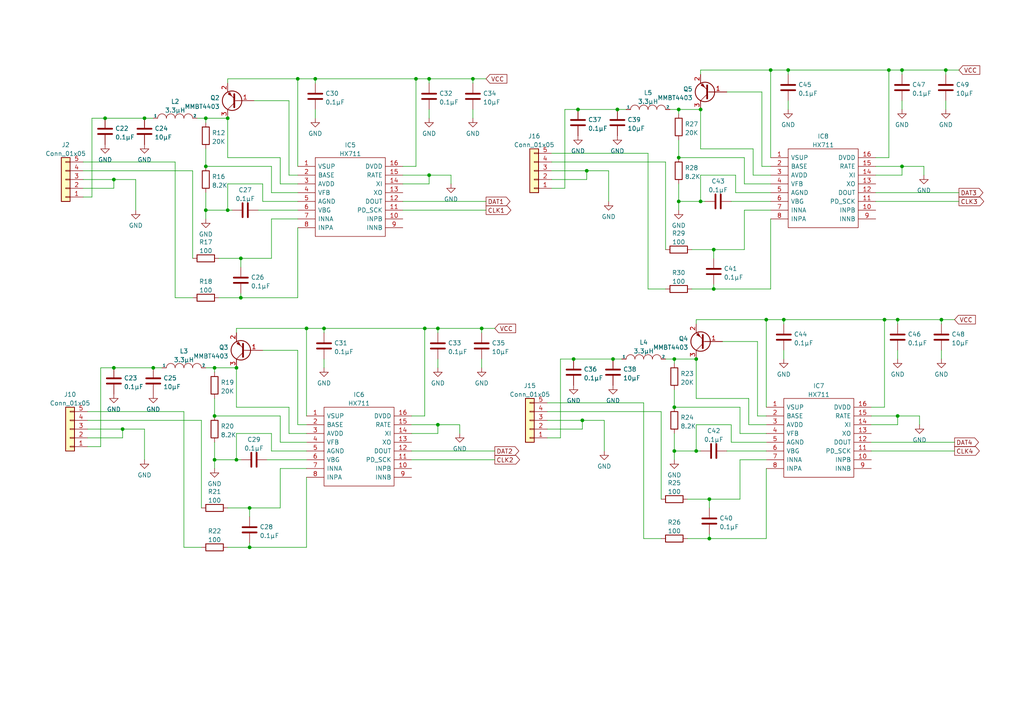
<source format=kicad_sch>
(kicad_sch (version 20211123) (generator eeschema)
  (paper "A4")
  (lib_symbols
    (symbol "Connector_Generic:Conn_01x05" (pin_names (offset 1.016) hide)
      (property "Reference" "J" (at 0 7.62 0))
      (property "Value" "Conn_01x05" (at 0 -7.62 0))
      (symbol "Conn_01x05_1_1"
        (rectangle (start -1.27 -4.953) (end 0 -5.207) (stroke (width 0.1524)))
        (rectangle (start -1.27 -2.413) (end 0 -2.667) (stroke (width 0.1524)))
        (rectangle (start -1.27 0.127) (end 0 -0.127) (stroke (width 0.1524)))
        (rectangle (start -1.27 2.667) (end 0 2.413) (stroke (width 0.1524)))
        (rectangle (start -1.27 5.207) (end 0 4.953) (stroke (width 0.1524)))
        (rectangle (start -1.27 6.35) (end 1.27 -6.35) (stroke (width 0.254)) (fill (type background)))
        (pin passive line (at -5.08 5.08 0) (length 3.81) (name "Pin_1") (number "1"))
        (pin passive line (at -5.08 2.54 0) (length 3.81) (name "Pin_2") (number "2"))
        (pin passive line (at -5.08 0 0) (length 3.81) (name "Pin_3") (number "3"))
        (pin passive line (at -5.08 -2.54 0) (length 3.81) (name "Pin_4") (number "4"))
        (pin passive line (at -5.08 -5.08 0) (length 3.81) (name "Pin_5") (number "5"))
      )
    )
    (symbol "Device:C" (pin_numbers hide) (pin_names (offset 0.254))
      (property "Reference" "C" (at 0.635 2.54 0))
      (property "Value" "C" (at 0.635 -2.54 0))
      (symbol "C_0_1"
        (polyline (pts (xy -2.032 -0.762) (xy 2.032 -0.762)) (stroke (width 0.508)))
        (polyline (pts (xy -2.032 0.762) (xy 2.032 0.762)) (stroke (width 0.508)))
      )
      (symbol "C_1_1"
        (pin passive line (at 0 3.81 270) (length 2.794) (name "~") (number "1"))
        (pin passive line (at 0 -3.81 90) (length 2.794) (name "~") (number "2"))
      )
    )
    (symbol "Device:R" (pin_numbers hide) (pin_names (offset 0))
      (property "Reference" "R" (at 2.032 0 90))
      (property "Value" "R" (at 0 0 90))
      (symbol "R_0_1"
        (rectangle (start -1.016 -2.54) (end 1.016 2.54) (stroke (width 0.254)))
      )
      (symbol "R_1_1"
        (pin passive line (at 0 3.81 270) (length 1.27) (name "~") (number "1"))
        (pin passive line (at 0 -3.81 90) (length 1.27) (name "~") (number "2"))
      )
    )
    (symbol "HX711:HX711" (pin_names (offset 0.762))
      (property "Reference" "IC" (at 26.67 7.62 0))
      (property "Value" "HX711" (at 26.67 5.08 0))
      (symbol "HX711_0_0"
        (pin passive line (at 0 0 0) (length 5.08) (name "VSUP") (number "1"))
        (pin passive line (at 30.48 -15.24 180) (length 5.08) (name "INPB") (number "10"))
        (pin passive line (at 30.48 -12.7 180) (length 5.08) (name "PD_SCK") (number "11"))
        (pin passive line (at 30.48 -10.16 180) (length 5.08) (name "DOUT") (number "12"))
        (pin passive line (at 30.48 -7.62 180) (length 5.08) (name "XO") (number "13"))
        (pin passive line (at 30.48 -5.08 180) (length 5.08) (name "XI") (number "14"))
        (pin passive line (at 30.48 -2.54 180) (length 5.08) (name "RATE") (number "15"))
        (pin passive line (at 30.48 0 180) (length 5.08) (name "DVDD") (number "16"))
        (pin passive line (at 0 -2.54 0) (length 5.08) (name "BASE") (number "2"))
        (pin passive line (at 0 -5.08 0) (length 5.08) (name "AVDD") (number "3"))
        (pin passive line (at 0 -7.62 0) (length 5.08) (name "VFB") (number "4"))
        (pin passive line (at 0 -10.16 0) (length 5.08) (name "AGND") (number "5"))
        (pin passive line (at 0 -12.7 0) (length 5.08) (name "VBG") (number "6"))
        (pin passive line (at 0 -15.24 0) (length 5.08) (name "INNA") (number "7"))
        (pin passive line (at 0 -17.78 0) (length 5.08) (name "INPA") (number "8"))
        (pin passive line (at 30.48 -17.78 180) (length 5.08) (name "INNB") (number "9"))
      )
      (symbol "HX711_0_1"
        (polyline (pts (xy 5.08 2.54) (xy 25.4 2.54) (xy 25.4 -20.32) (xy 5.08 -20.32) (xy 5.08 2.54)) (stroke (width 0.1524)))
      )
    )
    (symbol "Transistor_BJT:MMBTA92" (pin_names (offset 0) hide)
      (property "Reference" "Q" (at 5.08 1.905 0))
      (property "Value" "MMBTA92" (at 5.08 0 0))
      (symbol "MMBTA92_0_1"
        (polyline (pts (xy 0 0) (xy 0.635 0)))
        (polyline (pts (xy 2.54 -2.54) (xy 0.635 -0.635)))
        (polyline (pts (xy 2.54 2.54) (xy 0.635 0.635)))
        (polyline (pts (xy 0.635 1.905) (xy 0.635 -1.905) (xy 0.635 -1.905)) (stroke (width 0.508)) (fill (type outline)))
        (polyline (pts (xy 1.905 -2.413) (xy 2.413 -1.905) (xy 1.397 -1.397) (xy 1.905 -2.413) (xy 1.905 -2.413)) (fill (type outline)))
        (circle (center 1.27 0) (radius 2.8194) (stroke (width 0.254)))
      )
      (symbol "MMBTA92_1_1"
        (pin input line (at -5.08 0 0) (length 5.08) (name "B") (number "1"))
        (pin passive line (at 2.54 -5.08 90) (length 2.54) (name "E") (number "2"))
        (pin passive line (at 2.54 5.08 270) (length 2.54) (name "C") (number "3"))
      )
    )
    (symbol "power:GND" (power) (pin_names (offset 0))
      (property "Value" "GND" (at 0 -3.81 0))
      (symbol "GND_0_1"
        (polyline (pts (xy 0 0) (xy 0 -1.27) (xy 1.27 -1.27) (xy 0 -2.54) (xy -1.27 -1.27) (xy 0 -1.27)))
      )
      (symbol "GND_1_1"
        (pin power_in line (at 0 0 270) (length 0) hide (name "GND") (number "1"))
      )
    )
    (symbol "pspice:INDUCTOR" (pin_numbers hide) (pin_names (offset 0))
      (property "Reference" "L" (at 0 2.54 0))
      (property "Value" "INDUCTOR" (at 0 -1.27 0))
      (symbol "INDUCTOR_0_1"
        (arc (start -2.54 0) (mid -3.81 1.27) (end -5.08 0))
        (arc (start 0 0) (mid -1.27 1.27) (end -2.54 0))
        (arc (start 2.54 0) (mid 1.27 1.27) (end 0 0))
        (arc (start 5.08 0) (mid 3.81 1.27) (end 2.54 0))
      )
      (symbol "INDUCTOR_1_1"
        (pin input line (at -6.35 0 0) (length 1.27) (name "1") (number "1"))
        (pin input line (at 6.35 0 180) (length 1.27) (name "2") (number "2"))
      )
    )
  )
  (junction (at 30.48 34.29))
  (junction (at 69.85 86.36))
  (junction (at 256.54 92.71))
  (junction (at 205.74 156.21))
  (junction (at 62.23 106.68))
  (junction (at 124.46 50.8))
  (junction (at 227.33 92.71))
  (junction (at 222.25 92.71))
  (junction (at 203.2 31.75))
  (junction (at 72.39 158.75))
  (junction (at 124.46 22.86))
  (junction (at 170.18 49.53))
  (junction (at 201.93 130.81))
  (junction (at 41.91 34.29))
  (junction (at 69.85 74.93))
  (junction (at 168.91 121.92))
  (junction (at 201.93 104.14))
  (junction (at 44.45 106.68))
  (junction (at 207.01 72.39))
  (junction (at 261.62 20.32))
  (junction (at 33.02 52.07))
  (junction (at 273.05 92.71))
  (junction (at 166.37 104.14))
  (junction (at 72.39 147.32))
  (junction (at 139.7 95.25))
  (junction (at 59.69 34.29))
  (junction (at 62.23 120.65))
  (junction (at 62.23 133.35))
  (junction (at 68.58 106.68))
  (junction (at 228.6 20.32))
  (junction (at 137.16 22.86))
  (junction (at 179.07 31.75))
  (junction (at 91.44 22.86))
  (junction (at 88.9 95.25))
  (junction (at 203.2 58.42))
  (junction (at 274.32 20.32))
  (junction (at 207.01 83.82))
  (junction (at 127 123.19))
  (junction (at 196.85 45.72))
  (junction (at 177.8 104.14))
  (junction (at 260.35 92.71))
  (junction (at 195.58 118.11))
  (junction (at 205.74 144.78))
  (junction (at 35.56 124.46))
  (junction (at 223.52 20.32))
  (junction (at 167.64 31.75))
  (junction (at 66.04 34.29))
  (junction (at 127 95.25))
  (junction (at 196.85 58.42))
  (junction (at 196.85 31.75))
  (junction (at 257.81 20.32))
  (junction (at 195.58 104.14))
  (junction (at 68.58 133.35))
  (junction (at 120.65 22.86))
  (junction (at 66.04 60.96))
  (junction (at 59.69 48.26))
  (junction (at 33.02 106.68))
  (junction (at 123.19 95.25))
  (junction (at 260.35 120.65))
  (junction (at 261.62 48.26))
  (junction (at 86.36 22.86))
  (junction (at 195.58 130.81))
  (junction (at 59.69 60.96))
  (junction (at 93.98 95.25))
  (wire (pts (xy 227.33 92.71) (xy 256.54 92.71)))
  (wire (pts (xy 127 123.19) (xy 127 125.73)))
  (wire (pts (xy 33.02 52.07) (xy 24.13 52.07)))
  (wire (pts (xy 72.39 147.32) (xy 72.39 149.86)))
  (wire (pts (xy 261.62 20.32) (xy 261.62 21.59)))
  (wire (pts (xy 223.52 48.26) (xy 220.98 48.26)))
  (wire (pts (xy 163.83 31.75) (xy 167.64 31.75)))
  (wire (pts (xy 196.85 40.64) (xy 196.85 45.72)))
  (wire (pts (xy 204.47 58.42) (xy 203.2 58.42)))
  (wire (pts (xy 66.04 147.32) (xy 72.39 147.32)))
  (wire (pts (xy 68.58 96.52) (xy 68.58 95.25)))
  (wire (pts (xy 175.26 121.92) (xy 168.91 121.92)))
  (wire (pts (xy 62.23 106.68) (xy 68.58 106.68)))
  (wire (pts (xy 254 50.8) (xy 261.62 50.8)))
  (wire (pts (xy 62.23 115.57) (xy 62.23 120.65)))
  (wire (pts (xy 68.58 125.73) (xy 78.74 125.73)))
  (wire (pts (xy 252.73 130.81) (xy 276.86 130.81)))
  (wire (pts (xy 58.42 121.92) (xy 25.4 121.92)))
  (wire (pts (xy 168.91 121.92) (xy 158.75 121.92)))
  (wire (pts (xy 223.52 83.82) (xy 223.52 63.5)))
  (wire (pts (xy 59.69 106.68) (xy 62.23 106.68)))
  (wire (pts (xy 81.28 147.32) (xy 72.39 147.32)))
  (wire (pts (xy 69.85 85.09) (xy 69.85 86.36)))
  (wire (pts (xy 68.58 133.35) (xy 68.58 125.73)))
  (wire (pts (xy 191.77 119.38) (xy 158.75 119.38)))
  (wire (pts (xy 170.18 52.07) (xy 170.18 49.53)))
  (wire (pts (xy 201.93 115.57) (xy 217.17 115.57)))
  (wire (pts (xy 260.35 92.71) (xy 273.05 92.71)))
  (wire (pts (xy 81.28 135.89) (xy 88.9 135.89)))
  (wire (pts (xy 86.36 50.8) (xy 83.82 50.8)))
  (wire (pts (xy 68.58 106.68) (xy 68.58 118.11)))
  (wire (pts (xy 116.84 50.8) (xy 124.46 50.8)))
  (wire (pts (xy 222.25 156.21) (xy 222.25 135.89)))
  (wire (pts (xy 66.04 60.96) (xy 66.04 53.34)))
  (wire (pts (xy 205.74 156.21) (xy 222.25 156.21)))
  (wire (pts (xy 187.96 83.82) (xy 193.04 83.82)))
  (wire (pts (xy 66.04 34.29) (xy 66.04 45.72)))
  (wire (pts (xy 63.5 74.93) (xy 69.85 74.93)))
  (wire (pts (xy 162.56 104.14) (xy 162.56 127)))
  (wire (pts (xy 78.74 63.5) (xy 86.36 63.5)))
  (wire (pts (xy 209.55 99.06) (xy 219.71 99.06)))
  (wire (pts (xy 215.9 53.34) (xy 215.9 45.72)))
  (wire (pts (xy 195.58 130.81) (xy 195.58 133.35)))
  (wire (pts (xy 203.2 20.32) (xy 223.52 20.32)))
  (wire (pts (xy 66.04 45.72) (xy 81.28 45.72)))
  (wire (pts (xy 207.01 83.82) (xy 223.52 83.82)))
  (wire (pts (xy 119.38 123.19) (xy 127 123.19)))
  (wire (pts (xy 72.39 158.75) (xy 88.9 158.75)))
  (wire (pts (xy 187.96 44.45) (xy 187.96 83.82)))
  (wire (pts (xy 273.05 92.71) (xy 273.05 93.98)))
  (wire (pts (xy 62.23 107.95) (xy 62.23 106.68)))
  (wire (pts (xy 139.7 95.25) (xy 139.7 96.52)))
  (wire (pts (xy 252.73 120.65) (xy 260.35 120.65)))
  (wire (pts (xy 210.82 26.67) (xy 220.98 26.67)))
  (wire (pts (xy 73.66 29.21) (xy 83.82 29.21)))
  (wire (pts (xy 167.64 31.75) (xy 179.07 31.75)))
  (wire (pts (xy 179.07 31.75) (xy 181.61 31.75)))
  (wire (pts (xy 116.84 53.34) (xy 124.46 53.34)))
  (wire (pts (xy 88.9 128.27) (xy 81.28 128.27)))
  (wire (pts (xy 158.75 116.84) (xy 186.69 116.84)))
  (wire (pts (xy 160.02 52.07) (xy 170.18 52.07)))
  (wire (pts (xy 127 95.25) (xy 139.7 95.25)))
  (wire (pts (xy 53.34 158.75) (xy 58.42 158.75)))
  (wire (pts (xy 195.58 104.14) (xy 201.93 104.14)))
  (wire (pts (xy 215.9 72.39) (xy 207.01 72.39)))
  (wire (pts (xy 218.44 50.8) (xy 223.52 50.8)))
  (wire (pts (xy 214.63 133.35) (xy 222.25 133.35)))
  (wire (pts (xy 223.52 20.32) (xy 228.6 20.32)))
  (wire (pts (xy 222.25 125.73) (xy 214.63 125.73)))
  (wire (pts (xy 261.62 20.32) (xy 274.32 20.32)))
  (wire (pts (xy 212.09 128.27) (xy 222.25 128.27)))
  (wire (pts (xy 260.35 92.71) (xy 260.35 93.98)))
  (wire (pts (xy 215.9 60.96) (xy 223.52 60.96)))
  (wire (pts (xy 252.73 128.27) (xy 276.86 128.27)))
  (wire (pts (xy 33.02 54.61) (xy 33.02 52.07)))
  (wire (pts (xy 116.84 60.96) (xy 140.97 60.96)))
  (wire (pts (xy 30.48 34.29) (xy 41.91 34.29)))
  (wire (pts (xy 186.69 156.21) (xy 191.77 156.21)))
  (wire (pts (xy 228.6 20.32) (xy 257.81 20.32)))
  (wire (pts (xy 217.17 123.19) (xy 222.25 123.19)))
  (wire (pts (xy 205.74 144.78) (xy 205.74 147.32)))
  (wire (pts (xy 266.7 120.65) (xy 266.7 123.19)))
  (wire (pts (xy 78.74 125.73) (xy 78.74 130.81)))
  (wire (pts (xy 41.91 34.29) (xy 44.45 34.29)))
  (wire (pts (xy 203.2 130.81) (xy 201.93 130.81)))
  (wire (pts (xy 222.25 120.65) (xy 219.71 120.65)))
  (wire (pts (xy 59.69 35.56) (xy 59.69 34.29)))
  (wire (pts (xy 88.9 158.75) (xy 88.9 138.43)))
  (wire (pts (xy 254 48.26) (xy 261.62 48.26)))
  (wire (pts (xy 215.9 72.39) (xy 215.9 60.96)))
  (wire (pts (xy 256.54 92.71) (xy 256.54 118.11)))
  (wire (pts (xy 163.83 54.61) (xy 160.02 54.61)))
  (wire (pts (xy 93.98 104.14) (xy 93.98 106.68)))
  (wire (pts (xy 69.85 133.35) (xy 68.58 133.35)))
  (wire (pts (xy 214.63 118.11) (xy 195.58 118.11)))
  (wire (pts (xy 124.46 22.86) (xy 137.16 22.86)))
  (wire (pts (xy 274.32 20.32) (xy 274.32 21.59)))
  (wire (pts (xy 120.65 22.86) (xy 124.46 22.86)))
  (wire (pts (xy 203.2 21.59) (xy 203.2 20.32)))
  (wire (pts (xy 127 95.25) (xy 127 96.52)))
  (wire (pts (xy 191.77 144.78) (xy 191.77 119.38)))
  (wire (pts (xy 41.91 133.35) (xy 41.91 124.46)))
  (wire (pts (xy 223.52 20.32) (xy 223.52 45.72)))
  (wire (pts (xy 201.93 123.19) (xy 212.09 123.19)))
  (wire (pts (xy 194.31 31.75) (xy 196.85 31.75)))
  (wire (pts (xy 35.56 127) (xy 35.56 124.46)))
  (wire (pts (xy 76.2 101.6) (xy 86.36 101.6)))
  (wire (pts (xy 203.2 31.75) (xy 203.2 43.18)))
  (wire (pts (xy 267.97 48.26) (xy 267.97 50.8)))
  (wire (pts (xy 81.28 45.72) (xy 81.28 53.34)))
  (wire (pts (xy 137.16 22.86) (xy 140.97 22.86)))
  (wire (pts (xy 39.37 52.07) (xy 33.02 52.07)))
  (wire (pts (xy 124.46 50.8) (xy 124.46 53.34)))
  (wire (pts (xy 119.38 125.73) (xy 127 125.73)))
  (wire (pts (xy 59.69 34.29) (xy 66.04 34.29)))
  (wire (pts (xy 176.53 58.42) (xy 176.53 49.53)))
  (wire (pts (xy 133.35 123.19) (xy 133.35 125.73)))
  (wire (pts (xy 228.6 20.32) (xy 228.6 21.59)))
  (wire (pts (xy 69.85 74.93) (xy 69.85 77.47)))
  (wire (pts (xy 76.2 53.34) (xy 76.2 58.42)))
  (wire (pts (xy 78.74 130.81) (xy 88.9 130.81)))
  (wire (pts (xy 55.88 49.53) (xy 24.13 49.53)))
  (wire (pts (xy 88.9 95.25) (xy 88.9 120.65)))
  (wire (pts (xy 214.63 125.73) (xy 214.63 118.11)))
  (wire (pts (xy 203.2 43.18) (xy 218.44 43.18)))
  (wire (pts (xy 137.16 22.86) (xy 137.16 24.13)))
  (wire (pts (xy 215.9 45.72) (xy 196.85 45.72)))
  (wire (pts (xy 50.8 46.99) (xy 50.8 86.36)))
  (wire (pts (xy 260.35 101.6) (xy 260.35 104.14)))
  (wire (pts (xy 158.75 124.46) (xy 168.91 124.46)))
  (wire (pts (xy 201.93 104.14) (xy 201.93 115.57)))
  (wire (pts (xy 261.62 48.26) (xy 267.97 48.26)))
  (wire (pts (xy 76.2 58.42) (xy 86.36 58.42)))
  (wire (pts (xy 222.25 92.71) (xy 222.25 118.11)))
  (wire (pts (xy 222.25 92.71) (xy 227.33 92.71)))
  (wire (pts (xy 59.69 60.96) (xy 59.69 63.5)))
  (wire (pts (xy 41.91 124.46) (xy 35.56 124.46)))
  (wire (pts (xy 257.81 45.72) (xy 254 45.72)))
  (wire (pts (xy 120.65 48.26) (xy 116.84 48.26)))
  (wire (pts (xy 193.04 72.39) (xy 193.04 46.99)))
  (wire (pts (xy 72.39 157.48) (xy 72.39 158.75)))
  (wire (pts (xy 203.2 50.8) (xy 213.36 50.8)))
  (wire (pts (xy 63.5 86.36) (xy 69.85 86.36)))
  (wire (pts (xy 176.53 49.53) (xy 170.18 49.53)))
  (wire (pts (xy 25.4 119.38) (xy 53.34 119.38)))
  (wire (pts (xy 93.98 95.25) (xy 123.19 95.25)))
  (wire (pts (xy 196.85 53.34) (xy 196.85 58.42)))
  (wire (pts (xy 81.28 147.32) (xy 81.28 135.89)))
  (wire (pts (xy 227.33 92.71) (xy 227.33 93.98)))
  (wire (pts (xy 137.16 31.75) (xy 137.16 34.29)))
  (wire (pts (xy 74.93 60.96) (xy 86.36 60.96)))
  (wire (pts (xy 196.85 33.02) (xy 196.85 31.75)))
  (wire (pts (xy 195.58 113.03) (xy 195.58 118.11)))
  (wire (pts (xy 274.32 29.21) (xy 274.32 31.75)))
  (wire (pts (xy 33.02 106.68) (xy 44.45 106.68)))
  (wire (pts (xy 120.65 22.86) (xy 120.65 48.26)))
  (wire (pts (xy 119.38 133.35) (xy 143.51 133.35)))
  (wire (pts (xy 127 104.14) (xy 127 106.68)))
  (wire (pts (xy 67.31 60.96) (xy 66.04 60.96)))
  (wire (pts (xy 29.21 129.54) (xy 25.4 129.54)))
  (wire (pts (xy 257.81 20.32) (xy 257.81 45.72)))
  (wire (pts (xy 200.66 72.39) (xy 207.01 72.39)))
  (wire (pts (xy 91.44 22.86) (xy 120.65 22.86)))
  (wire (pts (xy 274.32 20.32) (xy 278.13 20.32)))
  (wire (pts (xy 62.23 133.35) (xy 68.58 133.35)))
  (wire (pts (xy 29.21 106.68) (xy 33.02 106.68)))
  (wire (pts (xy 26.67 57.15) (xy 24.13 57.15)))
  (wire (pts (xy 162.56 127) (xy 158.75 127)))
  (wire (pts (xy 124.46 31.75) (xy 124.46 34.29)))
  (wire (pts (xy 127 123.19) (xy 133.35 123.19)))
  (wire (pts (xy 81.28 128.27) (xy 81.28 120.65)))
  (wire (pts (xy 252.73 123.19) (xy 260.35 123.19)))
  (wire (pts (xy 124.46 50.8) (xy 130.81 50.8)))
  (wire (pts (xy 228.6 29.21) (xy 228.6 31.75)))
  (wire (pts (xy 44.45 106.68) (xy 46.99 106.68)))
  (wire (pts (xy 261.62 48.26) (xy 261.62 50.8)))
  (wire (pts (xy 193.04 46.99) (xy 160.02 46.99)))
  (wire (pts (xy 29.21 106.68) (xy 29.21 129.54)))
  (wire (pts (xy 91.44 31.75) (xy 91.44 34.29)))
  (wire (pts (xy 57.15 34.29) (xy 59.69 34.29)))
  (wire (pts (xy 170.18 49.53) (xy 160.02 49.53)))
  (wire (pts (xy 123.19 120.65) (xy 119.38 120.65)))
  (wire (pts (xy 186.69 116.84) (xy 186.69 156.21)))
  (wire (pts (xy 195.58 105.41) (xy 195.58 104.14)))
  (wire (pts (xy 193.04 104.14) (xy 195.58 104.14)))
  (wire (pts (xy 218.44 43.18) (xy 218.44 50.8)))
  (wire (pts (xy 214.63 144.78) (xy 205.74 144.78)))
  (wire (pts (xy 59.69 60.96) (xy 66.04 60.96)))
  (wire (pts (xy 273.05 92.71) (xy 276.86 92.71)))
  (wire (pts (xy 213.36 55.88) (xy 223.52 55.88)))
  (wire (pts (xy 77.47 133.35) (xy 88.9 133.35)))
  (wire (pts (xy 66.04 158.75) (xy 72.39 158.75)))
  (wire (pts (xy 217.17 115.57) (xy 217.17 123.19)))
  (wire (pts (xy 62.23 133.35) (xy 62.23 135.89)))
  (wire (pts (xy 39.37 60.96) (xy 39.37 52.07)))
  (wire (pts (xy 256.54 118.11) (xy 252.73 118.11)))
  (wire (pts (xy 78.74 48.26) (xy 59.69 48.26)))
  (wire (pts (xy 26.67 34.29) (xy 30.48 34.29)))
  (wire (pts (xy 261.62 29.21) (xy 261.62 31.75)))
  (wire (pts (xy 254 55.88) (xy 278.13 55.88)))
  (wire (pts (xy 256.54 92.71) (xy 260.35 92.71)))
  (wire (pts (xy 210.82 130.81) (xy 222.25 130.81)))
  (wire (pts (xy 91.44 22.86) (xy 91.44 24.13)))
  (wire (pts (xy 166.37 104.14) (xy 177.8 104.14)))
  (wire (pts (xy 50.8 86.36) (xy 55.88 86.36)))
  (wire (pts (xy 62.23 128.27) (xy 62.23 133.35)))
  (wire (pts (xy 212.09 123.19) (xy 212.09 128.27)))
  (wire (pts (xy 162.56 104.14) (xy 166.37 104.14)))
  (wire (pts (xy 168.91 124.46) (xy 168.91 121.92)))
  (wire (pts (xy 130.81 50.8) (xy 130.81 53.34)))
  (wire (pts (xy 207.01 72.39) (xy 207.01 74.93)))
  (wire (pts (xy 175.26 130.81) (xy 175.26 121.92)))
  (wire (pts (xy 81.28 53.34) (xy 86.36 53.34)))
  (wire (pts (xy 205.74 154.94) (xy 205.74 156.21)))
  (wire (pts (xy 219.71 99.06) (xy 219.71 120.65)))
  (wire (pts (xy 66.04 22.86) (xy 86.36 22.86)))
  (wire (pts (xy 201.93 93.98) (xy 201.93 92.71)))
  (wire (pts (xy 83.82 118.11) (xy 83.82 125.73)))
  (wire (pts (xy 196.85 31.75) (xy 203.2 31.75)))
  (wire (pts (xy 116.84 58.42) (xy 140.97 58.42)))
  (wire (pts (xy 66.04 53.34) (xy 76.2 53.34)))
  (wire (pts (xy 119.38 130.81) (xy 143.51 130.81)))
  (wire (pts (xy 78.74 55.88) (xy 78.74 48.26)))
  (wire (pts (xy 223.52 53.34) (xy 215.9 53.34)))
  (wire (pts (xy 86.36 86.36) (xy 86.36 66.04)))
  (wire (pts (xy 86.36 101.6) (xy 86.36 123.19)))
  (wire (pts (xy 68.58 118.11) (xy 83.82 118.11)))
  (wire (pts (xy 195.58 125.73) (xy 195.58 130.81)))
  (wire (pts (xy 273.05 101.6) (xy 273.05 104.14)))
  (wire (pts (xy 86.36 22.86) (xy 86.36 48.26)))
  (wire (pts (xy 26.67 34.29) (xy 26.67 57.15)))
  (wire (pts (xy 199.39 156.21) (xy 205.74 156.21)))
  (wire (pts (xy 88.9 95.25) (xy 93.98 95.25)))
  (wire (pts (xy 139.7 95.25) (xy 143.51 95.25)))
  (wire (pts (xy 163.83 31.75) (xy 163.83 54.61)))
  (wire (pts (xy 35.56 124.46) (xy 25.4 124.46)))
  (wire (pts (xy 257.81 20.32) (xy 261.62 20.32)))
  (wire (pts (xy 195.58 130.81) (xy 201.93 130.81)))
  (wire (pts (xy 78.74 74.93) (xy 69.85 74.93)))
  (wire (pts (xy 201.93 130.81) (xy 201.93 123.19)))
  (wire (pts (xy 196.85 58.42) (xy 196.85 60.96)))
  (wire (pts (xy 59.69 55.88) (xy 59.69 60.96)))
  (wire (pts (xy 203.2 58.42) (xy 203.2 50.8)))
  (wire (pts (xy 53.34 119.38) (xy 53.34 158.75)))
  (wire (pts (xy 68.58 95.25) (xy 88.9 95.25)))
  (wire (pts (xy 212.09 58.42) (xy 223.52 58.42)))
  (wire (pts (xy 24.13 54.61) (xy 33.02 54.61)))
  (wire (pts (xy 199.39 144.78) (xy 205.74 144.78)))
  (wire (pts (xy 139.7 104.14) (xy 139.7 106.68)))
  (wire (pts (xy 81.28 120.65) (xy 62.23 120.65)))
  (wire (pts (xy 25.4 127) (xy 35.56 127)))
  (wire (pts (xy 66.04 24.13) (xy 66.04 22.86)))
  (wire (pts (xy 24.13 46.99) (xy 50.8 46.99)))
  (wire (pts (xy 58.42 147.32) (xy 58.42 121.92)))
  (wire (pts (xy 86.36 22.86) (xy 91.44 22.86)))
  (wire (pts (xy 207.01 82.55) (xy 207.01 83.82)))
  (wire (pts (xy 220.98 26.67) (xy 220.98 48.26)))
  (wire (pts (xy 123.19 95.25) (xy 127 95.25)))
  (wire (pts (xy 196.85 58.42) (xy 203.2 58.42)))
  (wire (pts (xy 260.35 120.65) (xy 266.7 120.65)))
  (wire (pts (xy 177.8 104.14) (xy 180.34 104.14)))
  (wire (pts (xy 123.19 95.25) (xy 123.19 120.65)))
  (wire (pts (xy 200.66 83.82) (xy 207.01 83.82)))
  (wire (pts (xy 69.85 86.36) (xy 86.36 86.36)))
  (wire (pts (xy 86.36 55.88) (xy 78.74 55.88)))
  (wire (pts (xy 124.46 22.86) (xy 124.46 24.13)))
  (wire (pts (xy 83.82 125.73) (xy 88.9 125.73)))
  (wire (pts (xy 214.63 144.78) (xy 214.63 133.35)))
  (wire (pts (xy 59.69 43.18) (xy 59.69 48.26)))
  (wire (pts (xy 78.74 74.93) (xy 78.74 63.5)))
  (wire (pts (xy 93.98 95.25) (xy 93.98 96.52)))
  (wire (pts (xy 254 58.42) (xy 278.13 58.42)))
  (wire (pts (xy 213.36 50.8) (xy 213.36 55.88)))
  (wire (pts (xy 55.88 74.93) (xy 55.88 49.53)))
  (wire (pts (xy 83.82 29.21) (xy 83.82 50.8)))
  (wire (pts (xy 88.9 123.19) (xy 86.36 123.19)))
  (wire (pts (xy 201.93 92.71) (xy 222.25 92.71)))
  (wire (pts (xy 160.02 44.45) (xy 187.96 44.45)))
  (wire (pts (xy 227.33 101.6) (xy 227.33 104.14)))
  (wire (pts (xy 260.35 120.65) (xy 260.35 123.19)))
  (global_label "CLK4" (shape output) (at 276.86 130.81 0) (property "Intersheet References" "${INTERSHEET_REFS}" (effects hide)))
  (global_label "VCC" (shape input) (at 143.51 95.25 0) (property "Intersheet References" "${INTERSHEET_REFS}" (effects hide)))
  (global_label "CLK3" (shape output) (at 278.13 58.42 0) (property "Intersheet References" "${INTERSHEET_REFS}" (effects hide)))
  (global_label "VCC" (shape input) (at 276.86 92.71 0) (property "Intersheet References" "${INTERSHEET_REFS}" (effects hide)))
  (global_label "DAT4" (shape output) (at 276.86 128.27 0) (property "Intersheet References" "${INTERSHEET_REFS}" (effects hide)))
  (global_label "DAT3" (shape output) (at 278.13 55.88 0) (property "Intersheet References" "${INTERSHEET_REFS}" (effects hide)))
  (global_label "CLK2" (shape output) (at 143.51 133.35 0) (property "Intersheet References" "${INTERSHEET_REFS}" (effects hide)))
  (global_label "DAT1" (shape output) (at 140.97 58.42 0) (property "Intersheet References" "${INTERSHEET_REFS}" (effects hide)))
  (global_label "VCC" (shape input) (at 140.97 22.86 0) (property "Intersheet References" "${INTERSHEET_REFS}" (effects hide)))
  (global_label "DAT2" (shape output) (at 143.51 130.81 0) (property "Intersheet References" "${INTERSHEET_REFS}" (effects hide)))
  (global_label "CLK1" (shape output) (at 140.97 60.96 0) (property "Intersheet References" "${INTERSHEET_REFS}" (effects hide)))
  (global_label "VCC" (shape input) (at 278.13 20.32 0) (property "Intersheet References" "${INTERSHEET_REFS}" (effects hide)))
  (symbol (lib_id "pspice:INDUCTOR") (at 187.96 31.75 0) (unit 1)
    (property "Reference" "L5" (at 187.96 26.9072 0))
    (property "Value" "3.3µH" (at 187.96 29.4441 0))
    (property "Footprint" "Inductor_SMD:L_0603_1608Metric" (effects hide))
  )
  (symbol (lib_id "Device:C") (at 124.46 27.94 0) (unit 1)
    (property "Reference" "C32" (at 127.381 27.1053 0) (effects (justify left)))
    (property "Value" "0.1µF" (at 127.381 29.6422 0) (effects (justify left)))
    (property "Footprint" "Capacitor_SMD:C_0603_1608Metric" (effects hide))
  )
  (symbol (lib_id "pspice:INDUCTOR") (at 186.69 104.14 0) (unit 1)
    (property "Reference" "L4" (at 186.69 99.2972 0))
    (property "Value" "3.3µH" (at 186.69 101.8341 0))
    (property "Footprint" "Inductor_SMD:L_0603_1608Metric" (effects hide))
  )
  (symbol (lib_id "Device:R") (at 62.23 124.46 0) (unit 1)
    (property "Reference" "R20" (at 64.008 123.6253 0) (effects (justify left)))
    (property "Value" "8.2K" (at 64.008 126.1622 0) (effects (justify left)))
    (property "Footprint" "Resistor_SMD:R_0603_1608Metric" (effects hide))
  )
  (symbol (lib_id "Connector_Generic:Conn_01x05") (at 20.32 124.46 180) (unit 1)
    (property "Reference" "J10" (at 20.32 114.4102 0))
    (property "Value" "Conn_01x05" (at 20.32 116.9471 0))
    (property "Footprint" "Empreintes:connecteurs5" (effects hide))
  )
  (symbol (lib_id "pspice:INDUCTOR") (at 50.8 34.29 0) (unit 1)
    (property "Reference" "L2" (at 50.8 29.4472 0))
    (property "Value" "3.3µH" (at 50.8 31.9841 0))
    (property "Footprint" "Inductor_SMD:L_0603_1608Metric" (effects hide))
  )
  (symbol (lib_id "Transistor_BJT:MMBTA92") (at 68.58 29.21 180) (unit 1)
    (property "Reference" "Q2" (at 63.7286 28.3753 0) (effects (justify left)))
    (property "Value" "MMBT4403" (at 63.7286 30.9122 0) (effects (justify left)))
    (property "Footprint" "Package_TO_SOT_SMD:SOT-23" (effects hide))
    (property "Datasheet" "https://www.onsemi.com/pub/Collateral/MMBTA92LT1-D.PDF" (effects hide))
  )
  (symbol (lib_id "Device:C") (at 167.64 35.56 0) (unit 1)
    (property "Reference" "C37" (at 170.561 34.7253 0) (effects (justify left)))
    (property "Value" "0.1µF" (at 170.561 37.2622 0) (effects (justify left)))
    (property "Footprint" "Capacitor_SMD:C_0603_1608Metric" (effects hide))
  )
  (symbol (lib_id "HX711:HX711") (at 223.52 45.72 0) (unit 1)
    (property "Reference" "IC8" (at 238.76 39.531 0))
    (property "Value" "HX711" (at 238.76 42.0679 0))
    (property "Footprint" "Empreintes:SOIC127P600X160-16N" (effects hide))
    (property "Datasheet" "https://cdn.sparkfun.com/datasheets/Sensors/ForceFlex/hx711_english.pdf" (effects hide))
    (property "Description" "24-Bit Analog-to-Digital Converter (ADC) for Weigh Scale" (effects hide))
    (property "Height" "1.6" (effects hide))
    (property "Manufacturer_Name" "AVIA Semiconductor" (effects hide))
    (property "Manufacturer_Part_Number" "HX711" (effects hide))
  )
  (symbol (lib_id "Device:R") (at 196.85 72.39 270) (unit 1)
    (property "Reference" "R29" (at 196.85 67.6742 90))
    (property "Value" "100" (at 196.85 70.2111 90))
    (property "Footprint" "Resistor_SMD:R_0603_1608Metric" (effects hide))
  )
  (symbol (lib_id "power:GND") (at 228.6 31.75 0) (unit 1)
    (property "Reference" "#PWR0168" (effects hide))
    (property "Value" "GND" (at 228.6 36.1934 0))
  )
  (symbol (lib_id "power:GND") (at 41.91 133.35 0) (unit 1)
    (property "Reference" "#PWR0185" (effects hide))
    (property "Value" "GND" (at 41.91 137.7934 0))
  )
  (symbol (lib_id "power:GND") (at 167.64 39.37 0) (unit 1)
    (property "Reference" "#PWR0151" (effects hide))
    (property "Value" "GND" (at 167.64 43.8134 0))
  )
  (symbol (lib_id "Device:R") (at 59.69 52.07 0) (unit 1)
    (property "Reference" "R16" (at 61.468 51.2353 0) (effects (justify left)))
    (property "Value" "8.2K" (at 61.468 53.7722 0) (effects (justify left)))
    (property "Footprint" "Resistor_SMD:R_0603_1608Metric" (effects hide))
  )
  (symbol (lib_id "power:GND") (at 227.33 104.14 0) (unit 1)
    (property "Reference" "#PWR0146" (effects hide))
    (property "Value" "GND" (at 227.33 108.5834 0))
  )
  (symbol (lib_id "Device:R") (at 196.85 49.53 0) (unit 1)
    (property "Reference" "R28" (at 198.628 48.6953 0) (effects (justify left)))
    (property "Value" "8.2K" (at 198.628 51.2322 0) (effects (justify left)))
    (property "Footprint" "Resistor_SMD:R_0603_1608Metric" (effects hide))
  )
  (symbol (lib_id "Connector_Generic:Conn_01x05") (at 19.05 52.07 180) (unit 1)
    (property "Reference" "J2" (at 19.05 42.0202 0))
    (property "Value" "Conn_01x05" (at 19.05 44.5571 0))
    (property "Footprint" "Empreintes:connecteurs5" (effects hide))
  )
  (symbol (lib_id "power:GND") (at 137.16 34.29 0) (unit 1)
    (property "Reference" "#PWR0176" (effects hide))
    (property "Value" "GND" (at 137.16 38.7334 0))
  )
  (symbol (lib_id "Device:C") (at 73.66 133.35 90) (unit 1)
    (property "Reference" "C29" (at 73.66 127.4912 90))
    (property "Value" "0.1µF" (at 73.66 130.0281 90))
    (property "Footprint" "Capacitor_SMD:C_0603_1608Metric" (effects hide))
  )
  (symbol (lib_id "power:GND") (at 93.98 106.68 0) (unit 1)
    (property "Reference" "#PWR0188" (effects hide))
    (property "Value" "GND" (at 93.98 111.1234 0))
  )
  (symbol (lib_id "power:GND") (at 274.32 31.75 0) (unit 1)
    (property "Reference" "#PWR0169" (effects hide))
    (property "Value" "GND" (at 274.32 36.1934 0))
  )
  (symbol (lib_id "Device:R") (at 59.69 74.93 270) (unit 1)
    (property "Reference" "R17" (at 59.69 70.2142 90))
    (property "Value" "100" (at 59.69 72.7511 90))
    (property "Footprint" "Resistor_SMD:R_0603_1608Metric" (effects hide))
  )
  (symbol (lib_id "power:GND") (at 266.7 123.19 0) (unit 1)
    (property "Reference" "#PWR0139" (effects hide))
    (property "Value" "GND" (at 266.7 127.6334 0))
  )
  (symbol (lib_id "HX711:HX711") (at 88.9 120.65 0) (unit 1)
    (property "Reference" "IC6" (at 104.14 114.461 0))
    (property "Value" "HX711" (at 104.14 116.9979 0))
    (property "Footprint" "Empreintes:SOIC127P600X160-16N" (effects hide))
    (property "Datasheet" "https://cdn.sparkfun.com/datasheets/Sensors/ForceFlex/hx711_english.pdf" (effects hide))
    (property "Description" "24-Bit Analog-to-Digital Converter (ADC) for Weigh Scale" (effects hide))
    (property "Height" "1.6" (effects hide))
    (property "Manufacturer_Name" "AVIA Semiconductor" (effects hide))
    (property "Manufacturer_Part_Number" "HX711" (effects hide))
  )
  (symbol (lib_id "Device:C") (at 137.16 27.94 0) (unit 1)
    (property "Reference" "C34" (at 140.081 27.1053 0) (effects (justify left)))
    (property "Value" "10µF" (at 140.081 29.6422 0) (effects (justify left)))
    (property "Footprint" "Capacitor_SMD:C_0805_2012Metric" (effects hide))
  )
  (symbol (lib_id "Device:C") (at 274.32 25.4 0) (unit 1)
    (property "Reference" "C49" (at 277.241 24.5653 0) (effects (justify left)))
    (property "Value" "10µF" (at 277.241 27.1022 0) (effects (justify left)))
    (property "Footprint" "Capacitor_SMD:C_0805_2012Metric" (effects hide))
  )
  (symbol (lib_id "Device:C") (at 207.01 130.81 90) (unit 1)
    (property "Reference" "C42" (at 207.01 124.9512 90))
    (property "Value" "0.1µF" (at 207.01 127.4881 90))
    (property "Footprint" "Capacitor_SMD:C_0603_1608Metric" (effects hide))
  )
  (symbol (lib_id "Connector_Generic:Conn_01x05") (at 154.94 49.53 180) (unit 1)
    (property "Reference" "J16" (at 154.94 39.4802 0))
    (property "Value" "Conn_01x05" (at 154.94 42.0171 0))
    (property "Footprint" "Empreintes:connecteurs5" (effects hide))
  )
  (symbol (lib_id "HX711:HX711") (at 86.36 48.26 0) (unit 1)
    (property "Reference" "IC5" (at 101.6 42.071 0))
    (property "Value" "HX711" (at 101.6 44.6079 0))
    (property "Footprint" "Empreintes:SOIC127P600X160-16N" (effects hide))
    (property "Datasheet" "https://cdn.sparkfun.com/datasheets/Sensors/ForceFlex/hx711_english.pdf" (effects hide))
    (property "Description" "24-Bit Analog-to-Digital Converter (ADC) for Weigh Scale" (effects hide))
    (property "Height" "1.6" (effects hide))
    (property "Manufacturer_Name" "AVIA Semiconductor" (effects hide))
    (property "Manufacturer_Part_Number" "HX711" (effects hide))
  )
  (symbol (lib_id "Device:C") (at 139.7 100.33 0) (unit 1)
    (property "Reference" "C35" (at 142.621 99.4953 0) (effects (justify left)))
    (property "Value" "10µF" (at 142.621 102.0322 0) (effects (justify left)))
    (property "Footprint" "Capacitor_SMD:C_0805_2012Metric" (effects hide))
  )
  (symbol (lib_id "Connector_Generic:Conn_01x05") (at 153.67 121.92 180) (unit 1)
    (property "Reference" "J15" (at 153.67 111.8702 0))
    (property "Value" "Conn_01x05" (at 153.67 114.4071 0))
    (property "Footprint" "Empreintes:connecteurs5" (effects hide))
  )
  (symbol (lib_id "Device:C") (at 71.12 60.96 90) (unit 1)
    (property "Reference" "C27" (at 71.12 55.1012 90))
    (property "Value" "0.1µF" (at 71.12 57.6381 90))
    (property "Footprint" "Capacitor_SMD:C_0603_1608Metric" (effects hide))
  )
  (symbol (lib_id "Device:C") (at 44.45 110.49 0) (unit 1)
    (property "Reference" "C25" (at 47.371 109.6553 0) (effects (justify left)))
    (property "Value" "10µF" (at 47.371 112.1922 0) (effects (justify left)))
    (property "Footprint" "Capacitor_SMD:C_0805_2012Metric" (effects hide))
  )
  (symbol (lib_id "power:GND") (at 179.07 39.37 0) (unit 1)
    (property "Reference" "#PWR0150" (effects hide))
    (property "Value" "GND" (at 179.07 43.8134 0))
  )
  (symbol (lib_id "power:GND") (at 41.91 41.91 0) (unit 1)
    (property "Reference" "#PWR0180" (effects hide))
    (property "Value" "GND" (at 41.91 46.3534 0))
  )
  (symbol (lib_id "power:GND") (at 261.62 31.75 0) (unit 1)
    (property "Reference" "#PWR0170" (effects hide))
    (property "Value" "GND" (at 261.62 36.1934 0))
  )
  (symbol (lib_id "Device:C") (at 205.74 151.13 0) (unit 1)
    (property "Reference" "C40" (at 208.661 150.2953 0) (effects (justify left)))
    (property "Value" "0.1µF" (at 208.661 152.8322 0) (effects (justify left)))
    (property "Footprint" "Capacitor_SMD:C_0603_1608Metric" (effects hide))
  )
  (symbol (lib_id "Device:R") (at 195.58 144.78 270) (unit 1)
    (property "Reference" "R25" (at 195.58 140.0642 90))
    (property "Value" "100" (at 195.58 142.6011 90))
    (property "Footprint" "Resistor_SMD:R_0603_1608Metric" (effects hide))
  )
  (symbol (lib_id "Device:C") (at 91.44 27.94 0) (unit 1)
    (property "Reference" "C30" (at 94.361 27.1053 0) (effects (justify left)))
    (property "Value" "0.1µF" (at 94.361 29.6422 0) (effects (justify left)))
    (property "Footprint" "Capacitor_SMD:C_0603_1608Metric" (effects hide))
  )
  (symbol (lib_id "Device:C") (at 30.48 38.1 0) (unit 1)
    (property "Reference" "C22" (at 33.401 37.2653 0) (effects (justify left)))
    (property "Value" "0.1µF" (at 33.401 39.8022 0) (effects (justify left)))
    (property "Footprint" "Capacitor_SMD:C_0603_1608Metric" (effects hide))
  )
  (symbol (lib_id "power:GND") (at 176.53 58.42 0) (unit 1)
    (property "Reference" "#PWR0167" (effects hide))
    (property "Value" "GND" (at 176.53 62.8634 0))
  )
  (symbol (lib_id "pspice:INDUCTOR") (at 53.34 106.68 0) (unit 1)
    (property "Reference" "L3" (at 53.34 101.8372 0))
    (property "Value" "3.3µH" (at 53.34 104.3741 0))
    (property "Footprint" "Inductor_SMD:L_0603_1608Metric" (effects hide))
  )
  (symbol (lib_id "Device:C") (at 208.28 58.42 90) (unit 1)
    (property "Reference" "C43" (at 208.28 52.5612 90))
    (property "Value" "0.1µF" (at 208.28 55.0981 90))
    (property "Footprint" "Capacitor_SMD:C_0603_1608Metric" (effects hide))
  )
  (symbol (lib_id "power:GND") (at 130.81 53.34 0) (unit 1)
    (property "Reference" "#PWR0175" (effects hide))
    (property "Value" "GND" (at 130.81 57.7834 0))
  )
  (symbol (lib_id "power:GND") (at 62.23 135.89 0) (unit 1)
    (property "Reference" "#PWR0173" (effects hide))
    (property "Value" "GND" (at 62.23 140.3334 0))
  )
  (symbol (lib_id "Device:R") (at 195.58 156.21 270) (unit 1)
    (property "Reference" "R26" (at 195.58 151.4942 90))
    (property "Value" "100" (at 195.58 154.0311 90))
    (property "Footprint" "Resistor_SMD:R_0603_1608Metric" (effects hide))
  )
  (symbol (lib_id "Device:C") (at 261.62 25.4 0) (unit 1)
    (property "Reference" "C47" (at 264.541 24.5653 0) (effects (justify left)))
    (property "Value" "0.1µF" (at 264.541 27.1022 0) (effects (justify left)))
    (property "Footprint" "Capacitor_SMD:C_0603_1608Metric" (effects hide))
  )
  (symbol (lib_id "power:GND") (at 91.44 34.29 0) (unit 1)
    (property "Reference" "#PWR0184" (effects hide))
    (property "Value" "GND" (at 91.44 38.7334 0))
  )
  (symbol (lib_id "Transistor_BJT:MMBTA92") (at 205.74 26.67 180) (unit 1)
    (property "Reference" "Q5" (at 200.8886 25.8353 0) (effects (justify left)))
    (property "Value" "MMBT4403" (at 200.8886 28.3722 0) (effects (justify left)))
    (property "Footprint" "Package_TO_SOT_SMD:SOT-23" (effects hide))
    (property "Datasheet" "https://www.onsemi.com/pub/Collateral/MMBTA92LT1-D.PDF" (effects hide))
  )
  (symbol (lib_id "power:GND") (at 166.37 111.76 0) (unit 1)
    (property "Reference" "#PWR0147" (effects hide))
    (property "Value" "GND" (at 166.37 116.2034 0))
  )
  (symbol (lib_id "Device:C") (at 41.91 38.1 0) (unit 1)
    (property "Reference" "C24" (at 44.831 37.2653 0) (effects (justify left)))
    (property "Value" "10µF" (at 44.831 39.8022 0) (effects (justify left)))
    (property "Footprint" "Capacitor_SMD:C_0805_2012Metric" (effects hide))
  )
  (symbol (lib_id "power:GND") (at 39.37 60.96 0) (unit 1)
    (property "Reference" "#PWR0179" (effects hide))
    (property "Value" "GND" (at 39.37 65.4034 0))
  )
  (symbol (lib_id "Device:R") (at 62.23 158.75 270) (unit 1)
    (property "Reference" "R22" (at 62.23 154.0342 90))
    (property "Value" "100" (at 62.23 156.5711 90))
    (property "Footprint" "Resistor_SMD:R_0603_1608Metric" (effects hide))
  )
  (symbol (lib_id "power:GND") (at 59.69 63.5 0) (unit 1)
    (property "Reference" "#PWR0174" (effects hide))
    (property "Value" "GND" (at 59.69 67.9434 0))
  )
  (symbol (lib_id "Device:R") (at 59.69 86.36 270) (unit 1)
    (property "Reference" "R18" (at 59.69 81.6442 90))
    (property "Value" "100" (at 59.69 84.1811 90))
    (property "Footprint" "Resistor_SMD:R_0603_1608Metric" (effects hide))
  )
  (symbol (lib_id "Device:R") (at 195.58 121.92 0) (unit 1)
    (property "Reference" "R24" (at 197.358 121.0853 0) (effects (justify left)))
    (property "Value" "8.2K" (at 197.358 123.6222 0) (effects (justify left)))
    (property "Footprint" "Resistor_SMD:R_0603_1608Metric" (effects hide))
  )
  (symbol (lib_id "Device:C") (at 228.6 25.4 0) (unit 1)
    (property "Reference" "C45" (at 231.521 24.5653 0) (effects (justify left)))
    (property "Value" "0.1µF" (at 231.521 27.1022 0) (effects (justify left)))
    (property "Footprint" "Capacitor_SMD:C_0603_1608Metric" (effects hide))
  )
  (symbol (lib_id "Device:C") (at 72.39 153.67 0) (unit 1)
    (property "Reference" "C28" (at 75.311 152.8353 0) (effects (justify left)))
    (property "Value" "0.1µF" (at 75.311 155.3722 0) (effects (justify left)))
    (property "Footprint" "Capacitor_SMD:C_0603_1608Metric" (effects hide))
  )
  (symbol (lib_id "Device:C") (at 166.37 107.95 0) (unit 1)
    (property "Reference" "C36" (at 169.291 107.1153 0) (effects (justify left)))
    (property "Value" "0.1µF" (at 169.291 109.6522 0) (effects (justify left)))
    (property "Footprint" "Capacitor_SMD:C_0603_1608Metric" (effects hide))
  )
  (symbol (lib_id "power:GND") (at 195.58 133.35 0) (unit 1)
    (property "Reference" "#PWR0172" (effects hide))
    (property "Value" "GND" (at 195.58 137.7934 0))
  )
  (symbol (lib_id "power:GND") (at 139.7 106.68 0) (unit 1)
    (property "Reference" "#PWR0181" (effects hide))
    (property "Value" "GND" (at 139.7 111.1234 0))
  )
  (symbol (lib_id "power:GND") (at 177.8 111.76 0) (unit 1)
    (property "Reference" "#PWR0149" (effects hide))
    (property "Value" "GND" (at 177.8 116.2034 0))
  )
  (symbol (lib_id "power:GND") (at 127 106.68 0) (unit 1)
    (property "Reference" "#PWR0182" (effects hide))
    (property "Value" "GND" (at 127 111.1234 0))
  )
  (symbol (lib_id "power:GND") (at 33.02 114.3 0) (unit 1)
    (property "Reference" "#PWR0186" (effects hide))
    (property "Value" "GND" (at 33.02 118.7434 0))
  )
  (symbol (lib_id "Device:R") (at 62.23 147.32 270) (unit 1)
    (property "Reference" "R21" (at 62.23 142.6042 90))
    (property "Value" "100" (at 62.23 145.1411 90))
    (property "Footprint" "Resistor_SMD:R_0603_1608Metric" (effects hide))
  )
  (symbol (lib_id "Device:R") (at 196.85 83.82 270) (unit 1)
    (property "Reference" "R30" (at 196.85 79.1042 90))
    (property "Value" "100" (at 196.85 81.6411 90))
    (property "Footprint" "Resistor_SMD:R_0603_1608Metric" (effects hide))
  )
  (symbol (lib_id "Device:C") (at 227.33 97.79 0) (unit 1)
    (property "Reference" "C44" (at 230.251 96.9553 0) (effects (justify left)))
    (property "Value" "0.1µF" (at 230.251 99.4922 0) (effects (justify left)))
    (property "Footprint" "Capacitor_SMD:C_0603_1608Metric" (effects hide))
  )
  (symbol (lib_id "Device:C") (at 207.01 78.74 0) (unit 1)
    (property "Reference" "C41" (at 209.931 77.9053 0) (effects (justify left)))
    (property "Value" "0.1µF" (at 209.931 80.4422 0) (effects (justify left)))
    (property "Footprint" "Capacitor_SMD:C_0603_1608Metric" (effects hide))
  )
  (symbol (lib_id "Device:R") (at 59.69 39.37 0) (unit 1)
    (property "Reference" "R12" (at 61.468 38.5353 0) (effects (justify left)))
    (property "Value" "20K" (at 61.468 41.0722 0) (effects (justify left)))
    (property "Footprint" "Resistor_SMD:R_0603_1608Metric" (effects hide))
  )
  (symbol (lib_id "power:GND") (at 133.35 125.73 0) (unit 1)
    (property "Reference" "#PWR0183" (effects hide))
    (property "Value" "GND" (at 133.35 130.1734 0))
  )
  (symbol (lib_id "power:GND") (at 44.45 114.3 0) (unit 1)
    (property "Reference" "#PWR0187" (effects hide))
    (property "Value" "GND" (at 44.45 118.7434 0))
  )
  (symbol (lib_id "power:GND") (at 273.05 104.14 0) (unit 1)
    (property "Reference" "#PWR0138" (effects hide))
    (property "Value" "GND" (at 273.05 108.5834 0))
  )
  (symbol (lib_id "power:GND") (at 260.35 104.14 0) (unit 1)
    (property "Reference" "#PWR0137" (effects hide))
    (property "Value" "GND" (at 260.35 108.5834 0))
  )
  (symbol (lib_id "Device:C") (at 177.8 107.95 0) (unit 1)
    (property "Reference" "C38" (at 180.721 107.1153 0) (effects (justify left)))
    (property "Value" "10µF" (at 180.721 109.6522 0) (effects (justify left)))
    (property "Footprint" "Capacitor_SMD:C_0805_2012Metric" (effects hide))
  )
  (symbol (lib_id "Device:R") (at 62.23 111.76 0) (unit 1)
    (property "Reference" "R19" (at 64.008 110.9253 0) (effects (justify left)))
    (property "Value" "20K" (at 64.008 113.4622 0) (effects (justify left)))
    (property "Footprint" "Resistor_SMD:R_0603_1608Metric" (effects hide))
  )
  (symbol (lib_id "Device:C") (at 260.35 97.79 0) (unit 1)
    (property "Reference" "C46" (at 263.271 96.9553 0) (effects (justify left)))
    (property "Value" "0.1µF" (at 263.271 99.4922 0) (effects (justify left)))
    (property "Footprint" "Capacitor_SMD:C_0603_1608Metric" (effects hide))
  )
  (symbol (lib_id "Device:R") (at 195.58 109.22 0) (unit 1)
    (property "Reference" "R23" (at 197.358 108.3853 0) (effects (justify left)))
    (property "Value" "20K" (at 197.358 110.9222 0) (effects (justify left)))
    (property "Footprint" "Resistor_SMD:R_0603_1608Metric" (effects hide))
  )
  (symbol (lib_id "Device:C") (at 93.98 100.33 0) (unit 1)
    (property "Reference" "C31" (at 96.901 99.4953 0) (effects (justify left)))
    (property "Value" "0.1µF" (at 96.901 102.0322 0) (effects (justify left)))
    (property "Footprint" "Capacitor_SMD:C_0603_1608Metric" (effects hide))
  )
  (symbol (lib_id "power:GND") (at 196.85 60.96 0) (unit 1)
    (property "Reference" "#PWR0166" (effects hide))
    (property "Value" "GND" (at 196.85 65.4034 0))
  )
  (symbol (lib_id "Transistor_BJT:MMBTA92") (at 204.47 99.06 180) (unit 1)
    (property "Reference" "Q4" (at 199.6186 98.2253 0) (effects (justify left)))
    (property "Value" "MMBT4403" (at 199.6186 100.7622 0) (effects (justify left)))
    (property "Footprint" "Package_TO_SOT_SMD:SOT-23" (effects hide))
    (property "Datasheet" "https://www.onsemi.com/pub/Collateral/MMBTA92LT1-D.PDF" (effects hide))
  )
  (symbol (lib_id "power:GND") (at 124.46 34.29 0) (unit 1)
    (property "Reference" "#PWR0177" (effects hide))
    (property "Value" "GND" (at 124.46 38.7334 0))
  )
  (symbol (lib_id "power:GND") (at 175.26 130.81 0) (unit 1)
    (property "Reference" "#PWR0148" (effects hide))
    (property "Value" "GND" (at 175.26 135.2534 0))
  )
  (symbol (lib_id "Device:C") (at 33.02 110.49 0) (unit 1)
    (property "Reference" "C23" (at 35.941 109.6553 0) (effects (justify left)))
    (property "Value" "0.1µF" (at 35.941 112.1922 0) (effects (justify left)))
    (property "Footprint" "Capacitor_SMD:C_0603_1608Metric" (effects hide))
  )
  (symbol (lib_id "HX711:HX711") (at 222.25 118.11 0) (unit 1)
    (property "Reference" "IC7" (at 237.49 111.921 0))
    (property "Value" "HX711" (at 237.49 114.4579 0))
    (property "Footprint" "Empreintes:SOIC127P600X160-16N" (effects hide))
    (property "Datasheet" "https://cdn.sparkfun.com/datasheets/Sensors/ForceFlex/hx711_english.pdf" (effects hide))
    (property "Description" "24-Bit Analog-to-Digital Converter (ADC) for Weigh Scale" (effects hide))
    (property "Height" "1.6" (effects hide))
    (property "Manufacturer_Name" "AVIA Semiconductor" (effects hide))
    (property "Manufacturer_Part_Number" "HX711" (effects hide))
  )
  (symbol (lib_id "power:GND") (at 30.48 41.91 0) (unit 1)
    (property "Reference" "#PWR0178" (effects hide))
    (property "Value" "GND" (at 30.48 46.3534 0))
  )
  (symbol (lib_id "Device:C") (at 127 100.33 0) (unit 1)
    (property "Reference" "C33" (at 129.921 99.4953 0) (effects (justify left)))
    (property "Value" "0.1µF" (at 129.921 102.0322 0) (effects (justify left)))
    (property "Footprint" "Capacitor_SMD:C_0603_1608Metric" (effects hide))
  )
  (symbol (lib_id "power:GND") (at 267.97 50.8 0) (unit 1)
    (property "Reference" "#PWR0171" (effects hide))
    (property "Value" "GND" (at 267.97 55.2434 0))
  )
  (symbol (lib_id "Device:C") (at 273.05 97.79 0) (unit 1)
    (property "Reference" "C48" (at 275.971 96.9553 0) (effects (justify left)))
    (property "Value" "10µF" (at 275.971 99.4922 0) (effects (justify left)))
    (property "Footprint" "Capacitor_SMD:C_0805_2012Metric" (effects hide))
  )
  (symbol (lib_id "Device:C") (at 179.07 35.56 0) (unit 1)
    (property "Reference" "C39" (at 181.991 34.7253 0) (effects (justify left)))
    (property "Value" "10µF" (at 181.991 37.2622 0) (effects (justify left)))
    (property "Footprint" "Capacitor_SMD:C_0805_2012Metric" (effects hide))
  )
  (symbol (lib_id "Device:C") (at 69.85 81.28 0) (unit 1)
    (property "Reference" "C26" (at 72.771 80.4453 0) (effects (justify left)))
    (property "Value" "0.1µF" (at 72.771 82.9822 0) (effects (justify left)))
    (property "Footprint" "Capacitor_SMD:C_0603_1608Metric" (effects hide))
  )
  (symbol (lib_id "Device:R") (at 196.85 36.83 0) (unit 1)
    (property "Reference" "R27" (at 198.628 35.9953 0) (effects (justify left)))
    (property "Value" "20K" (at 198.628 38.5322 0) (effects (justify left)))
    (property "Footprint" "Resistor_SMD:R_0603_1608Metric" (effects hide))
  )
  (symbol (lib_id "Transistor_BJT:MMBTA92") (at 71.12 101.6 180) (unit 1)
    (property "Reference" "Q3" (at 66.2686 100.7653 0) (effects (justify left)))
    (property "Value" "MMBT4403" (at 66.2686 103.3022 0) (effects (justify left)))
    (property "Footprint" "Package_TO_SOT_SMD:SOT-23" (effects hide))
    (property "Datasheet" "https://www.onsemi.com/pub/Collateral/MMBTA92LT1-D.PDF" (effects hide))
  )
)
</source>
